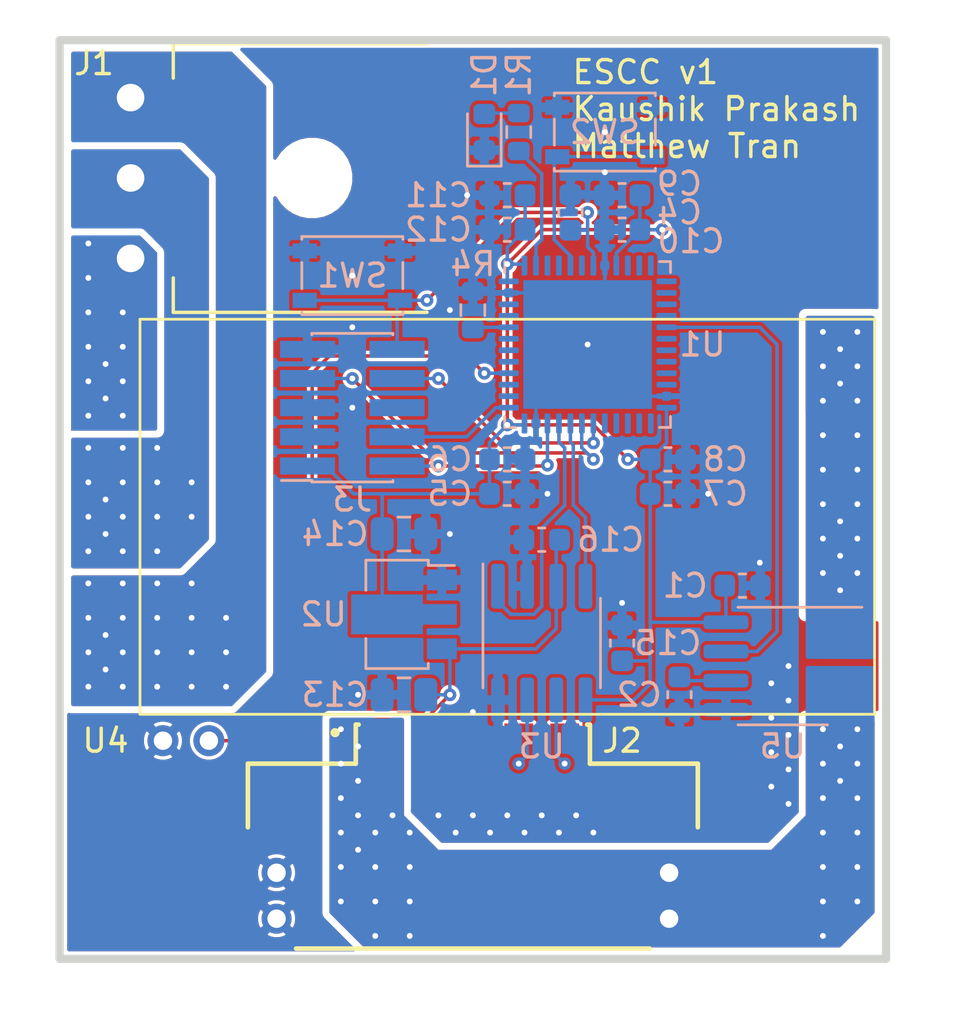
<source format=kicad_pcb>
(kicad_pcb (version 20211014) (generator pcbnew)
  (layers (0 "F.Cu" signal) (31 "B.Cu" signal) (34 "B.Paste" user) (35 "F.Paste" user) (36 "B.SilkS" user "B.Silkscreen") (37 "F.SilkS" user "F.Silkscreen") (38 "B.Mask" user) (39 "F.Mask" user) (44 "Edge.Cuts" user))
  (net 0 "")
  (net 1 "GND")
  (net 2 "/RST")
  (net 3 "+3V3")
  (net 4 "+5V")
  (net 5 "+12V")
  (net 6 "/CAN/CANH")
  (net 7 "/CAN/CANL")
  (net 8 "/NOGGIN/PA9(UART_TX)")
  (net 9 "/NOGGIN/PA10(UART_RX)")
  (net 10 "Net-(J3-Pad6)")
  (net 11 "/NOGGIN/SWCLK")
  (net 12 "/NOGGIN/SWDIO")
  (net 13 "Net-(R4-Pad1)")
  (net 14 "/NOGGIN/PB9")
  (net 15 "/NOGGIN/PB8")
  (net 16 "/NOGGIN/PB7(SDA)")
  (net 17 "/NOGGIN/PB6(SCL)")
  (net 18 "/NOGGIN/PB5")
  (net 19 "/NOGGIN/PB3")
  (net 20 "/NOGGIN/PA15")
  (net 21 "/CAN_TX")
  (net 22 "/CAN_RX")
  (net 23 "/NOGGIN/PA8")
  (net 24 "/NOGGIN/PB15")
  (net 25 "/NOGGIN/PB14")
  (net 26 "/NOGGIN/PB13")
  (net 27 "/NOGGIN/PB12")
  (net 28 "/NOGGIN/PB11")
  (net 29 "/NOGGIN/PB10")
  (net 30 "/NOGGIN/PB2")
  (net 31 "/NOGGIN/PB1")
  (net 32 "/NOGGIN/PB0")
  (net 33 "/NOGGIN/PA5(DAC2)")
  (net 34 "/NOGGIN/PA3")
  (net 35 "/NOGGIN/PA2")
  (net 36 "/NOGGIN/PA1")
  (net 37 "/NOGGIN/PA0")
  (net 38 "/CURR_OUT")
  (net 39 "Net-(J1-Pad3)")
  (net 40 "Net-(J1-Pad2)")
  (net 41 "Net-(J1-Pad1)")
  (net 42 "/ESC_SIG")
  (net 43 "Net-(C2-Pad2)")
  (net 44 "/NOGGIN/PA4(DAC1)")
  (net 45 "/12V_SENSED")
  (net 46 "Net-(D1-Pad2)")
  (net 47 "/LED")
  (net 48 "/DBG")
  (net 49 "/NOGGIN/PA6")
  (net 50 "/NOGGIN/PF1")
  (net 51 "/NOGGIN/PC15")
  (net 52 "/NOGGIN/PC14")
  (footprint "extraparts:Samtec_mPOWER_UMPT_RA_5pin" (layer "F.Cu") (at 150 116.5)
    (fp_text reference "J2")
    (fp_text value "Conn_01x05")
  )
  (footprint "extraparts:Molex_UltraFit_RH_3pin" (layer "F.Cu") (at 148.25 85.25 90)
    (fp_text reference "J1")
    (fp_text value "Conn_01x03")
  )
  (footprint "BESC:BESC" (layer "F.Cu") (at 151.5 100)
    (fp_text reference "U4")
    (fp_text value "BESC")
  )
  (footprint "Capacitor_SMD:C_0603_1608Metric" (layer "B.Cu") (at 156.5 105.5 90)
    (fp_text reference "C15")
    (fp_text value "100n")
  )
  (footprint "Capacitor_SMD:C_0603_1608Metric" (layer "B.Cu") (at 153 101 180)
    (fp_text reference "C16")
    (fp_text value "100n")
  )
  (footprint "Capacitor_SMD:C_0603_1608Metric" (layer "B.Cu") (at 161.75 103 180)
    (fp_text reference "C1")
    (fp_text value "100n")
  )
  (footprint "Capacitor_SMD:C_0603_1608Metric" (layer "B.Cu") (at 159 107.75 90)
    (fp_text reference "C2")
    (fp_text value "DNP")
  )
  (footprint "Package_SO:SOIC-8_3.9x4.9mm_P1.27mm" (layer "B.Cu") (at 153 105.5 -90)
    (fp_text reference "U3")
    (fp_text value "ATA6561")
  )
  (footprint "Package_SO:SOIC-8_3.9x4.9mm_P1.27mm" (layer "B.Cu") (at 163.5 106.5 180)
    (fp_text reference "U5")
    (fp_text value "ACS725xLCTR-30AB")
  )
  (footprint "Package_DFN_QFN:QFN-48-1EP_7x7mm_P0.5mm_EP5.6x5.6mm" (layer "B.Cu") (at 155 92.5 -90)
    (fp_text reference "U1")
    (fp_text value "STM32F072CBUx")
  )
  (footprint "Capacitor_SMD:C_0603_1608Metric" (layer "B.Cu") (at 154.25 86.75 90)
    (fp_text reference "C4")
    (fp_text value "100n")
  )
  (footprint "Capacitor_SMD:C_0603_1608Metric" (layer "B.Cu") (at 151.5 99)
    (fp_text reference "C5")
    (fp_text value "1u")
  )
  (footprint "Capacitor_SMD:C_0603_1608Metric" (layer "B.Cu") (at 151.5 97.5)
    (fp_text reference "C6")
    (fp_text value "100n")
  )
  (footprint "Capacitor_SMD:C_0603_1608Metric" (layer "B.Cu") (at 158.5 99)
    (fp_text reference "C7")
    (fp_text value "1u")
  )
  (footprint "Capacitor_SMD:C_0603_1608Metric" (layer "B.Cu") (at 158.5 97.5)
    (fp_text reference "C8")
    (fp_text value "100n")
  )
  (footprint "Capacitor_SMD:C_0603_1608Metric" (layer "B.Cu") (at 156.5 86 180)
    (fp_text reference "C9")
    (fp_text value "1u")
  )
  (footprint "Capacitor_SMD:C_0603_1608Metric" (layer "B.Cu") (at 151.5 86 180)
    (fp_text reference "C11")
    (fp_text value "1u")
  )
  (footprint "Resistor_SMD:R_0603_1608Metric" (layer "B.Cu") (at 150 91 90)
    (fp_text reference "R4")
    (fp_text value "100k")
  )
  (footprint "Package_TO_SOT_SMD:SOT-89-3" (layer "B.Cu") (at 147 104.25 180)
    (fp_text reference "U2")
    (fp_text value "AZ1117-3.3")
  )
  (footprint "Capacitor_SMD:C_0805_2012Metric" (layer "B.Cu") (at 147 100.75)
    (fp_text reference "C14")
    (fp_text value "10u")
  )
  (footprint "Capacitor_SMD:C_0805_2012Metric" (layer "B.Cu") (at 147 107.75 180)
    (fp_text reference "C13")
    (fp_text value "10u")
  )
  (footprint "Button_Switch_SMD:SW_SPST_PTS810" (layer "B.Cu") (at 144.75 89.5)
    (fp_text reference "SW1")
    (fp_text value "RST")
  )
  (footprint "Capacitor_SMD:C_0603_1608Metric" (layer "B.Cu") (at 151.5 87.5 180)
    (fp_text reference "C12")
    (fp_text value "100n")
  )
  (footprint "Capacitor_SMD:C_0603_1608Metric" (layer "B.Cu") (at 156.5 87.5 180)
    (fp_text reference "C10")
    (fp_text value "100n")
  )
  (footprint "Button_Switch_SMD:SW_SPST_PTS810" (layer "B.Cu") (at 155.75 83.25)
    (fp_text reference "SW2")
    (fp_text value "DBG")
  )
  (footprint "Resistor_SMD:R_0603_1608Metric" (layer "B.Cu") (at 152 83.25 -90)
    (fp_text reference "R1")
    (fp_text value "150")
  )
  (footprint "LED_SMD:LED_0603_1608Metric" (layer "B.Cu") (at 150.5 83.25 90)
    (fp_text reference "D1")
    (fp_text value "LED")
  )
  (footprint "Connector_PinHeader_1.27mm:PinHeader_2x05_P1.27mm_Vertical_SMD" (layer "B.Cu") (at 144.75 95.25)
    (fp_text reference "J3")
    (fp_text value "SWD_UART")
  )
  (gr_line (start 168 119.25) (end 132 119.25) (layer "Edge.Cuts") (width 0.3556))
  (gr_line (start 132 79.25) (end 168 79.25) (layer "Edge.Cuts") (width 0.3556))
  (gr_line (start 132 119.25) (end 132 79.25) (layer "Edge.Cuts") (width 0.3556))
  (gr_line (start 168 79.25) (end 168 119.25) (layer "Edge.Cuts") (width 0.3556))
  (gr_text "ESCC v1\nKaushik Prakash\nMatthew Tran" (at 154.25 82.25) (layer "F.SilkS") (effects (font (size 1 1)) (justify left)))
  (via (at 144.75 89.5) (size 0.5588) (drill 0.254) (layers "F.Cu" "B.Cu") (net 1))
  (via (at 155.75 83.25) (size 0.5588) (drill 0.254) (layers "F.Cu" "B.Cu") (net 1))
  (via (at 163 111.75) (size 0.5588) (drill 0.254) (layers "F.Cu" "B.Cu") (net 1))
  (via (at 155 92.5) (size 0.5588) (drill 0.254) (layers "F.Cu" "B.Cu") (net 1))
  (via (at 153.25 99) (size 0.5588) (drill 0.254) (layers "F.Cu" "B.Cu") (net 1))
  (via (at 149.75 86) (size 0.5588) (drill 0.254) (layers "F.Cu" "B.Cu") (net 1))
  (via (at 163.75 108) (size 0.5588) (drill 0.254) (layers "F.Cu" "B.Cu") (net 1))
  (via (at 155.25 113.75) (size 0.5588) (drill 0.254) (layers "F.Cu" "B.Cu") (net 1))
  (via (at 154.5 113) (size 0.5588) (drill 0.254) (layers "F.Cu" "B.Cu") (net 1))
  (via (at 163.75 112.5) (size 0.5588) (drill 0.254) (layers "F.Cu" "B.Cu") (net 1))
  (via (at 152.25 113.75) (size 0.5588) (drill 0.254) (layers "F.Cu" "B.Cu") (net 1))
  (via (at 163 107.25) (size 0.5588) (drill 0.254) (layers "F.Cu" "B.Cu") (net 1))
  (via (at 155.75 85) (size 0.5588) (drill 0.254) (layers "F.Cu" "B.Cu") (net 1))
  (via (at 153.75 113.75) (size 0.5588) (drill 0.254) (layers "F.Cu" "B.Cu") (net 1))
  (via (at 163 108.75) (size 0.5588) (drill 0.254) (layers "F.Cu" "B.Cu") (net 1))
  (via (at 150 108.5) (size 0.5588) (drill 0.254) (layers "F.Cu" "B.Cu") (net 1))
  (via (at 163.75 106.5) (size 0.5588) (drill 0.254) (layers "F.Cu" "B.Cu") (net 1))
  (via (at 160.25 99) (size 0.5588) (drill 0.254) (layers "F.Cu" "B.Cu") (net 1))
  (via (at 163.75 109.5) (size 0.5588) (drill 0.254) (layers "F.Cu" "B.Cu") (net 1))
  (via (at 163.75 111) (size 0.5588) (drill 0.254) (layers "F.Cu" "B.Cu") (net 1))
  (via (at 151.5 113) (size 0.5588) (drill 0.254) (layers "F.Cu" "B.Cu") (net 1))
  (via (at 163 110.25) (size 0.5588) (drill 0.254) (layers "F.Cu" "B.Cu") (net 1))
  (via (at 150.75 113.75) (size 0.5588) (drill 0.254) (layers "F.Cu" "B.Cu") (net 1))
  (via (at 144.75 91.75) (size 0.5588) (drill 0.254) (layers "F.Cu" "B.Cu") (net 1))
  (via (at 149.25 113.75) (size 0.5588) (drill 0.254) (layers "F.Cu" "B.Cu") (net 1))
  (via (at 149 91) (size 0.5588) (drill 0.254) (layers "F.Cu" "B.Cu") (net 1))
  (via (at 162.5 102) (size 0.5588) (drill 0.254) (layers "F.Cu" "B.Cu") (net 1))
  (via (at 153 113) (size 0.5588) (drill 0.254) (layers "F.Cu" "B.Cu") (net 1))
  (via (at 149 100.75) (size 0.5588) (drill 0.254) (layers "F.Cu" "B.Cu") (net 1))
  (via (at 148.5 113) (size 0.5588) (drill 0.254) (layers "F.Cu" "B.Cu") (net 1))
  (via (at 144.75 95.25) (size 0.5588) (drill 0.254) (layers "F.Cu" "B.Cu") (net 1))
  (via (at 150 113) (size 0.5588) (drill 0.254) (layers "F.Cu" "B.Cu") (net 1))
  (via (at 156.5 103.75) (size 0.5588) (drill 0.254) (layers "F.Cu" "B.Cu") (net 1))
  (via (at 145 107.75) (size 0.5588) (drill 0.254) (layers "F.Cu" "B.Cu") (net 1))
  (segment (start 151.5625 90.25) (end 152.75 90.25) (width 0.1524) (layer "B.Cu") (net 1))
  (segment (start 152.75 94.75) (end 155 92.5) (width 0.1524) (layer "B.Cu") (net 1))
  (segment (start 155.75 91.75) (end 155 92.5) (width 0.1524) (layer "B.Cu") (net 1))
  (segment (start 157.25 94.75) (end 155 92.5) (width 0.1524) (layer "B.Cu") (net 1))
  (segment (start 152.75 95.9375) (end 152.75 94.75) (width 0.1524) (layer "B.Cu") (net 1))
  (segment (start 152.75 90.25) (end 155 92.5) (width 0.1524) (layer "B.Cu") (net 1))
  (segment (start 155.75 89.0625) (end 155.75 91.75) (width 0.1524) (layer "B.Cu") (net 1))
  (segment (start 158.4375 94.75) (end 157.25 94.75) (width 0.1524) (layer "B.Cu") (net 1))
  (segment (start 151.825 86.75) (end 148 90.575) (width 0.1524) (layer "F.Cu") (net 2))
  (segment (start 155 86.75) (end 151.825 86.75) (width 0.1524) (layer "F.Cu") (net 2))
  (via (at 148 90.575) (size 0.5588) (drill 0.254) (layers "F.Cu" "B.Cu") (net 2))
  (via (at 155 86.75) (size 0.5588) (drill 0.254) (layers "F.Cu" "B.Cu") (net 2))
  (segment (start 148 90.575) (end 146.825 90.575) (width 0.1524) (layer "B.Cu") (net 2))
  (segment (start 146.7 92.71) (end 146.7 90.7) (width 0.1524) (layer "B.Cu") (net 2))
  (segment (start 154.975 87.525) (end 155 87.5) (width 0.1524) (layer "B.Cu") (net 2))
  (segment (start 155.25 88.5) (end 155 88.25) (width 0.1524) (layer "B.Cu") (net 2))
  (segment (start 154.25 87.525) (end 154.975 87.525) (width 0.1524) (layer "B.Cu") (net 2))
  (segment (start 142.675 90.575) (end 146.825 90.575) (width 0.1524) (layer "B.Cu") (net 2))
  (segment (start 155 88.25) (end 155 87.5) (width 0.1524) (layer "B.Cu") (net 2))
  (segment (start 155 87.5) (end 155 86.75) (width 0.1524) (layer "B.Cu") (net 2))
  (segment (start 146.7 90.7) (end 146.825 90.575) (width 0.1524) (layer "B.Cu") (net 2))
  (segment (start 155.25 89.0625) (end 155.25 88.5) (width 0.1524) (layer "B.Cu") (net 2))
  (segment (start 151.5 96) (end 151.5 89) (width 0.1524) (layer "F.Cu") (net 3))
  (segment (start 151.5 96) (end 155.25 96) (width 0.1524) (layer "F.Cu") (net 3))
  (segment (start 158.25 87.5) (end 153 87.5) (width 0.1524) (layer "F.Cu") (net 3))
  (segment (start 155.25 96) (end 156.75 97.5) (width 0.1524) (layer "F.Cu") (net 3))
  (segment (start 153 87.5) (end 151.5 89) (width 0.1524) (layer "F.Cu") (net 3))
  (via (at 151.5 89) (size 0.5588) (drill 0.254) (layers "F.Cu" "B.Cu") (net 3))
  (via (at 156.75 97.5) (size 0.5588) (drill 0.254) (layers "F.Cu" "B.Cu") (net 3))
  (via (at 158.25 87.5) (size 0.5588) (drill 0.254) (layers "F.Cu" "B.Cu") (net 3))
  (via (at 151.5 96) (size 0.5588) (drill 0.254) (layers "F.Cu" "B.Cu") (net 3))
  (segment (start 148.5625 104.25) (end 146.05 104.25) (width 0.1524) (layer "B.Cu") (net 3))
  (segment (start 151.5 89.6875) (end 151.5625 89.75) (width 0.1524) (layer "B.Cu") (net 3))
  (segment (start 152.275 86) (end 152.275 87.5) (width 0.1524) (layer "B.Cu") (net 3))
  (segment (start 157.725 104.575) (end 157.725 106.275) (width 0.1524) (layer "B.Cu") (net 3))
  (segment (start 157.725 107.275) (end 157.025 107.975) (width 0.1524) (layer "B.Cu") (net 3))
  (segment (start 143.59 97.79) (end 142.8 97.79) (width 0.1524) (layer "B.Cu") (net 3))
  (segment (start 152.1875 96) (end 152.25 95.9375) (width 0.1524) (layer "B.Cu") (net 3))
  (segment (start 152.1875 89) (end 152.25 89.0625) (width 0.1524) (layer "B.Cu") (net 3))
  (segment (start 161.025 104.595) (end 157.745 104.595) (width 0.1524) (layer "B.Cu") (net 3))
  (segment (start 157.025 107.975) (end 154.905 107.975) (width 0.1524) (layer "B.Cu") (net 3))
  (segment (start 150.725 99) (end 146.06 99) (width 0.1524) (layer "B.Cu") (net 3))
  (segment (start 157.275 86) (end 157.275 87.5) (width 0.1524) (layer "B.Cu") (net 3))
  (segment (start 146.05 99.01) (end 146.06 99) (width 0.1524) (layer "B.Cu") (net 3))
  (segment (start 156.5 106.275) (end 157.725 106.275) (width 0.1524) (layer "B.Cu") (net 3))
  (segment (start 161.025 103.05) (end 160.975 103) (width 0.1524) (layer "B.Cu") (net 3))
  (segment (start 151.5 96) (end 152.1875 96) (width 0.1524) (layer "B.Cu") (net 3))
  (segment (start 157.745 104.595) (end 157.725 104.575) (width 0.1524) (layer "B.Cu") (net 3))
  (segment (start 158.25 87.5) (end 157.275 87.5) (width 0.1524) (layer "B.Cu") (net 3))
  (segment (start 150.725 99) (end 150.725 97.5) (width 0.1524) (layer "B.Cu") (net 3))
  (segment (start 156.25 88.525) (end 157.275 87.5) (width 0.1524) (layer "B.Cu") (net 3))
  (segment (start 146.05 100.75) (end 146.05 99.01) (width 0.1524) (layer "B.Cu") (net 3))
  (segment (start 157.725 97.5) (end 158.4375 96.7875) (width 0.1524) (layer "B.Cu") (net 3))
  (segment (start 157.725 97.5) (end 156.75 97.5) (width 0.1524) (layer "B.Cu") (net 3))
  (segment (start 151.5 89) (end 151.5 88.275) (width 0.1524) (layer "B.Cu") (net 3))
  (segment (start 150.725 96.775) (end 151.5 96) (width 0.1524) (layer "B.Cu") (net 3))
  (segment (start 157.725 97.5) (end 157.725 99) (width 0.1524) (layer "B.Cu") (net 3))
  (segment (start 146.05 104.25) (end 146.05 100.75) (width 0.1524) (layer "B.Cu") (net 3))
  (segment (start 157.725 106.275) (end 157.725 107.275) (width 0.1524) (layer "B.Cu") (net 3))
  (segment (start 156.25 89.0625) (end 156.25 88.525) (width 0.1524) (layer "B.Cu") (net 3))
  (segment (start 150.725 97.5) (end 150.725 96.775) (width 0.1524) (layer "B.Cu") (net 3))
  (segment (start 144.8 99) (end 143.59 97.79) (width 0.1524) (layer "B.Cu") (net 3))
  (segment (start 158.4375 96.7875) (end 158.4375 95.25) (width 0.1524) (layer "B.Cu") (net 3))
  (segment (start 157.725 99) (end 157.725 104.575) (width 0.1524) (layer "B.Cu") (net 3))
  (segment (start 151.5 89) (end 151.5 89.6875) (width 0.1524) (layer "B.Cu") (net 3))
  (segment (start 146.06 99) (end 144.8 99) (width 0.1524) (layer "B.Cu") (net 3))
  (segment (start 151.5 88.275) (end 152.275 87.5) (width 0.1524) (layer "B.Cu") (net 3))
  (segment (start 161.025 104.595) (end 161.025 103.05) (width 0.1524) (layer "B.Cu") (net 3))
  (segment (start 151.5 89) (end 152.1875 89) (width 0.1524) (layer "B.Cu") (net 3))
  (segment (start 148 110.75) (end 148 108.75) (width 0.1524) (layer "F.Cu") (net 4))
  (segment (start 148 108.75) (end 149 107.75) (width 0.1524) (layer "F.Cu") (net 4))
  (via (at 149 107.75) (size 0.5588) (drill 0.254) (layers "F.Cu" "B.Cu") (net 4))
  (segment (start 148.65 105.75) (end 152.75 105.75) (width 0.1524) (layer "B.Cu") (net 4))
  (segment (start 149 107.75) (end 147.95 107.75) (width 0.1524) (layer "B.Cu") (net 4))
  (segment (start 152.75 105.75) (end 153.635 104.865) (width 0.1524) (layer "B.Cu") (net 4))
  (segment (start 149 106.1) (end 148.65 105.75) (width 0.1524) (layer "B.Cu") (net 4))
  (segment (start 153.635 103.025) (end 153.635 101.14) (width 0.1524) (layer "B.Cu") (net 4))
  (segment (start 149 107.75) (end 149 106.1) (width 0.1524) (layer "B.Cu") (net 4))
  (segment (start 153.635 104.865) (end 153.635 103.025) (width 0.1524) (layer "B.Cu") (net 4))
  (segment (start 153.635 101.14) (end 153.775 101) (width 0.1524) (layer "B.Cu") (net 4))
  (via (at 166 111.5) (size 0.5588) (drill 0.254) (layers "F.Cu" "B.Cu") (net 5))
  (via (at 145 110) (size 0.5588) (drill 0.254) (layers "F.Cu" "B.Cu") (net 5))
  (via (at 165.25 112.25) (size 0.5588) (drill 0.254) (layers "F.Cu" "B.Cu") (net 5))
  (via (at 165.25 116.75) (size 0.5588) (drill 0.254) (layers "F.Cu" "B.Cu") (net 5))
  (via (at 166.75 110.75) (size 0.5588) (drill 0.254) (layers "F.Cu" "B.Cu") (net 5))
  (via (at 166.75 112.25) (size 0.5588) (drill 0.254) (layers "F.Cu" "B.Cu") (net 5))
  (via (at 166.75 116.75) (size 0.5588) (drill 0.254) (layers "F.Cu" "B.Cu") (net 5))
  (via (at 144.25 115.25) (size 0.5588) (drill 0.254) (layers "F.Cu" "B.Cu") (net 5))
  (via (at 145.75 113.75) (size 0.5588) (drill 0.254) (layers "F.Cu" "B.Cu") (net 5))
  (via (at 144.25 109.25) (size 0.5588) (drill 0.254) (layers "F.Cu" "B.Cu") (net 5))
  (via (at 144.25 110.75) (size 0.5588) (drill 0.254) (layers "F.Cu" "B.Cu") (net 5))
  (via (at 165.25 110.75) (size 0.5588) (drill 0.254) (layers "F.Cu" "B.Cu") (net 5))
  (via (at 166.75 113.75) (size 0.5588) (drill 0.254) (layers "F.Cu" "B.Cu") (net 5))
  (via (at 144.25 112.25) (size 0.5588) (drill 0.254) (layers "F.Cu" "B.Cu") (net 5))
  (via (at 145 111.5) (size 0.5588) (drill 0.254) (layers "F.Cu" "B.Cu") (net 5))
  (via (at 165.25 118.25) (size 0.5588) (drill 0.254) (layers "F.Cu" "B.Cu") (net 5))
  (via (at 166.75 109.25) (size 0.5588) (drill 0.254) (layers "F.Cu" "B.Cu") (net 5))
  (via (at 145.75 115.25) (size 0.5588) (drill 0.254) (layers "F.Cu" "B.Cu") (net 5))
  (via (at 166 110) (size 0.5588) (drill 0.254) (layers "F.Cu" "B.Cu") (net 5))
  (via (at 146.5 113) (size 0.5588) (drill 0.254) (layers "F.Cu" "B.Cu") (net 5))
  (via (at 147.25 116.75) (size 0.5588) (drill 0.254) (layers "F.Cu" "B.Cu") (net 5))
  (via (at 145.75 118.25) (size 0.5588) (drill 0.254) (layers "F.Cu" "B.Cu") (net 5))
  (via (at 144.25 116.75) (size 0.5588) (drill 0.254) (layers "F.Cu" "B.Cu") (net 5))
  (via (at 165.25 113.75) (size 0.5588) (drill 0.254) (layers "F.Cu" "B.Cu") (net 5))
  (via (at 166.75 115.25) (size 0.5588) (drill 0.254) (layers "F.Cu" "B.Cu") (net 5))
  (via (at 145 114.5) (size 0.5588) (drill 0.254) (layers "F.Cu" "B.Cu") (net 5))
  (via (at 165.25 115.25) (size 0.5588) (drill 0.254) (layers "F.Cu" "B.Cu") (net 5))
  (via (at 147.25 118.25) (size 0.5588) (drill 0.254) (layers "F.Cu" "B.Cu") (net 5))
  (via (at 145 113) (size 0.5588) (drill 0.254) (layers "F.Cu" "B.Cu") (net 5))
  (via (at 165.25 109.25) (size 0.5588) (drill 0.254) (layers "F.Cu" "B.Cu") (net 5))
  (via (at 144.25 113.75) (size 0.5588) (drill 0.254) (layers "F.Cu" "B.Cu") (net 5))
  (via (at 147.25 113.75) (size 0.5588) (drill 0.254) (layers "F.Cu" "B.Cu") (net 5))
  (via (at 147.25 115.25) (size 0.5588) (drill 0.254) (layers "F.Cu" "B.Cu") (net 5))
  (via (at 145.75 116.75) (size 0.5588) (drill 0.254) (layers "F.Cu" "B.Cu") (net 5))
  (via (at 152 110.75) (size 0.5588) (drill 0.254) (layers "F.Cu" "B.Cu") (net 6))
  (segment (start 152.365 107.975) (end 152.365 110.385) (width 0.1524) (layer "B.Cu") (net 6))
  (segment (start 152.365 110.385) (end 152 110.75) (width 0.1524) (layer "B.Cu") (net 6))
  (via (at 154 110.75) (size 0.5588) (drill 0.254) (layers "F.Cu" "B.Cu") (net 7))
  (segment (start 153.635 107.975) (end 153.635 110.385) (width 0.1524) (layer "B.Cu") (net 7))
  (segment (start 153.635 110.385) (end 154 110.75) (width 0.1524) (layer "B.Cu") (net 7))
  (segment (start 151.30518 96.78518) (end 148.5 93.98) (width 0.1524) (layer "F.Cu") (net 8))
  (segment (start 155.253616 96.78518) (end 151.30518 96.78518) (width 0.1524) (layer "F.Cu") (net 8))
  (via (at 155.253616 96.78518) (size 0.5588) (drill 0.254) (layers "F.Cu" "B.Cu") (net 8))
  (via (at 148.5 93.98) (size 0.5588) (drill 0.254) (layers "F.Cu" "B.Cu") (net 8))
  (segment (start 148.5 93.98) (end 146.7 93.98) (width 0.1524) (layer "B.Cu") (net 8))
  (segment (start 155.25 95.9375) (end 155.25 96.781564) (width 0.1524) (layer "B.Cu") (net 8))
  (segment (start 155.25 96.781564) (end 155.253616 96.78518) (width 0.1524) (layer "B.Cu") (net 8))
  (segment (start 147.990595 97.220595) (end 144.75 93.98) (width 0.1524) (layer "F.Cu") (net 9))
  (segment (start 155.25 97.499994) (end 154.970601 97.220595) (width 0.1524) (layer "F.Cu") (net 9))
  (segment (start 154.970601 97.220595) (end 147.990595 97.220595) (width 0.1524) (layer "F.Cu") (net 9))
  (via (at 144.75 93.98) (size 0.5588) (drill 0.254) (layers "F.Cu" "B.Cu") (net 9))
  (via (at 155.25 97.499994) (size 0.5588) (drill 0.254) (layers "F.Cu" "B.Cu") (net 9))
  (segment (start 154.741999 95.945501) (end 154.741999 96.991993) (width 0.1524) (layer "B.Cu") (net 9))
  (segment (start 154.741999 96.991993) (end 155.25 97.499994) (width 0.1524) (layer "B.Cu") (net 9))
  (segment (start 154.75 95.9375) (end 154.741999 95.945501) (width 0.1524) (layer "B.Cu") (net 9))
  (segment (start 144.75 93.98) (end 142.8 93.98) (width 0.1524) (layer "B.Cu") (net 9))
  (segment (start 151 95.25) (end 149.73 96.52) (width 0.1524) (layer "B.Cu") (net 11))
  (segment (start 149.73 96.52) (end 146.7 96.52) (width 0.1524) (layer "B.Cu") (net 11))
  (segment (start 151.5625 95.25) (end 151 95.25) (width 0.1524) (layer "B.Cu") (net 11))
  (segment (start 148.5 97.79) (end 153.21 97.79) (width 0.1524) (layer "F.Cu") (net 12))
  (segment (start 153.21 97.79) (end 153.25 97.75) (width 0.1524) (layer "F.Cu") (net 12))
  (via (at 153.25 97.75) (size 0.5588) (drill 0.254) (layers "F.Cu" "B.Cu") (net 12))
  (via (at 148.5 97.79) (size 0.5588) (drill 0.254) (layers "F.Cu" "B.Cu") (net 12))
  (segment (start 153.25 95.9375) (end 153.25 97.75) (width 0.1524) (layer "B.Cu") (net 12))
  (segment (start 148.5 97.79) (end 146.7 97.79) (width 0.1524) (layer "B.Cu") (net 12))
  (segment (start 151.5625 91.75) (end 150.075 91.75) (width 0.1524) (layer "B.Cu") (net 13))
  (segment (start 150.075 91.75) (end 150 91.825) (width 0.1524) (layer "B.Cu") (net 13))
  (segment (start 151.095 103.69) (end 151.095 103.025) (width 0.1524) (layer "B.Cu") (net 21))
  (segment (start 153.75 96.75) (end 154 97) (width 0.1524) (layer "B.Cu") (net 21))
  (segment (start 154 97) (end 154 99.5) (width 0.1524) (layer "B.Cu") (net 21))
  (segment (start 153 103.900436) (end 152.650436 104.25) (width 0.1524) (layer "B.Cu") (net 21))
  (segment (start 153.75 95.9375) (end 153.75 96.75) (width 0.1524) (layer "B.Cu") (net 21))
  (segment (start 153 100.5) (end 153 103.900436) (width 0.1524) (layer "B.Cu") (net 21))
  (segment (start 151.655 104.25) (end 151.095 103.69) (width 0.1524) (layer "B.Cu") (net 21))
  (segment (start 152.650436 104.25) (end 151.655 104.25) (width 0.1524) (layer "B.Cu") (net 21))
  (segment (start 154 99.5) (end 153 100.5) (width 0.1524) (layer "B.Cu") (net 21))
  (segment (start 154.905 100.025) (end 154.905 103.025) (width 0.1524) (layer "B.Cu") (net 22))
  (segment (start 154.375 99.495) (end 154.905 100.025) (width 0.1524) (layer "B.Cu") (net 22))
  (segment (start 154.25 96.75) (end 154.375 96.875) (width 0.1524) (layer "B.Cu") (net 22))
  (segment (start 154.375 96.875) (end 154.375 99.495) (width 0.1524) (layer "B.Cu") (net 22))
  (segment (start 154.25 95.9375) (end 154.25 96.75) (width 0.1524) (layer "B.Cu") (net 22))
  (segment (start 162.385 105.865) (end 163.25 105) (width 0.1524) (layer "B.Cu") (net 38))
  (segment (start 161.025 105.865) (end 162.385 105.865) (width 0.1524) (layer "B.Cu") (net 38))
  (segment (start 163.25 92.5) (end 162.5 91.75) (width 0.1524) (layer "B.Cu") (net 38))
  (segment (start 163.25 105) (end 163.25 92.5) (width 0.1524) (layer "B.Cu") (net 38))
  (segment (start 162.5 91.75) (end 158.4375 91.75) (width 0.1524) (layer "B.Cu") (net 38))
  (via (at 134.75 92.6) (size 0.5588) (drill 0.254) (layers "F.Cu" "B.Cu") (net 39))
  (via (at 134.75 94.1) (size 0.5588) (drill 0.254) (layers "F.Cu" "B.Cu") (net 39))
  (via (at 133.25 89.6) (size 0.5588) (drill 0.254) (layers "F.Cu" "B.Cu") (net 39))
  (via (at 133.25 88.1) (size 0.5588) (drill 0.254) (layers "F.Cu" "B.Cu") (net 39))
  (via (at 134.75 91.1) (size 0.5588) (drill 0.254) (layers "F.Cu" "B.Cu") (net 39))
  (via (at 134 93.35) (size 0.5588) (drill 0.254) (layers "F.Cu" "B.Cu") (net 39))
  (via (at 133.25 95.6) (size 0.5588) (drill 0.254) (layers "F.Cu" "B.Cu") (net 39))
  (via (at 133.25 92.6) (size 0.5588) (drill 0.254) (layers "F.Cu" "B.Cu") (net 39))
  (via (at 134.75 95.6) (size 0.5588) (drill 0.254) (layers "F.Cu" "B.Cu") (net 39))
  (via (at 134 94.85) (size 0.5588) (drill 0.254) (layers "F.Cu" "B.Cu") (net 39))
  (via (at 133.25 91.1) (size 0.5588) (drill 0.254) (layers "F.Cu" "B.Cu") (net 39))
  (via (at 133.25 94.1) (size 0.5588) (drill 0.254) (layers "F.Cu" "B.Cu") (net 39))
  (via (at 134.75 100) (size 0.5588) (drill 0.254) (layers "F.Cu" "B.Cu") (net 40))
  (via (at 134.75 101.5) (size 0.5588) (drill 0.254) (layers "F.Cu" "B.Cu") (net 40))
  (via (at 133.25 100) (size 0.5588) (drill 0.254) (layers "F.Cu" "B.Cu") (net 40))
  (via (at 133.25 101.5) (size 0.5588) (drill 0.254) (layers "F.Cu" "B.Cu") (net 40))
  (via (at 136.25 101.5) (size 0.5588) (drill 0.254) (layers "F.Cu" "B.Cu") (net 40))
  (via (at 134 99.25) (size 0.5588) (drill 0.254) (layers "F.Cu" "B.Cu") (net 40))
  (via (at 137.75 100) (size 0.5588) (drill 0.254) (layers "F.Cu" "B.Cu") (net 40))
  (via (at 134.75 97) (size 0.5588) (drill 0.254) (layers "F.Cu" "B.Cu") (net 40))
  (via (at 134.75 98.5) (size 0.5588) (drill 0.254) (layers "F.Cu" "B.Cu") (net 40))
  (via (at 133.25 97) (size 0.5588) (drill 0.254) (layers "F.Cu" "B.Cu") (net 40))
  (via (at 133.25 98.5) (size 0.5588) (drill 0.254) (layers "F.Cu" "B.Cu") (net 40))
  (via (at 136.25 98.5) (size 0.5588) (drill 0.254) (layers "F.Cu" "B.Cu") (net 40))
  (via (at 136.25 97) (size 0.5588) (drill 0.254) (layers "F.Cu" "B.Cu") (net 40))
  (via (at 136.25 100) (size 0.5588) (drill 0.254) (layers "F.Cu" "B.Cu") (net 40))
  (via (at 137.75 98.5) (size 0.5588) (drill 0.254) (layers "F.Cu" "B.Cu") (net 40))
  (via (at 134 100.75) (size 0.5588) (drill 0.254) (layers "F.Cu" "B.Cu") (net 40))
  (via (at 139.25 105.9) (size 0.5588) (drill 0.254) (layers "F.Cu" "B.Cu") (net 41))
  (via (at 134 106.65) (size 0.5588) (drill 0.254) (layers "F.Cu" "B.Cu") (net 41))
  (via (at 137.75 107.4) (size 0.5588) (drill 0.254) (layers "F.Cu" "B.Cu") (net 41))
  (via (at 136.25 105.9) (size 0.5588) (drill 0.254) (layers "F.Cu" "B.Cu") (net 41))
  (via (at 133.25 102.9) (size 0.5588) (drill 0.254) (layers "F.Cu" "B.Cu") (net 41))
  (via (at 133.25 107.4) (size 0.5588) (drill 0.254) (layers "F.Cu" "B.Cu") (net 41))
  (via (at 134 105.15) (size 0.5588) (drill 0.254) (layers "F.Cu" "B.Cu") (net 41))
  (via (at 133.25 105.9) (size 0.5588) (drill 0.254) (layers "F.Cu" "B.Cu") (net 41))
  (via (at 134.75 102.9) (size 0.5588) (drill 0.254) (layers "F.Cu" "B.Cu") (net 41))
  (via (at 137.75 105.9) (size 0.5588) (drill 0.254) (layers "F.Cu" "B.Cu") (net 41))
  (via (at 134.75 105.9) (size 0.5588) (drill 0.254) (layers "F.Cu" "B.Cu") (net 41))
  (via (at 137.75 102.9) (size 0.5588) (drill 0.254) (layers "F.Cu" "B.Cu") (net 41))
  (via (at 139.25 104.4) (size 0.5588) (drill 0.254) (layers "F.Cu" "B.Cu") (net 41))
  (via (at 137.75 104.4) (size 0.5588) (drill 0.254) (layers "F.Cu" "B.Cu") (net 41))
  (via (at 134.75 107.4) (size 0.5588) (drill 0.254) (layers "F.Cu" "B.Cu") (net 41))
  (via (at 139.25 107.4) (size 0.5588) (drill 0.254) (layers "F.Cu" "B.Cu") (net 41))
  (via (at 133.25 104.4) (size 0.5588) (drill 0.254) (layers "F.Cu" "B.Cu") (net 41))
  (via (at 136.25 107.4) (size 0.5588) (drill 0.254) (layers "F.Cu" "B.Cu") (net 41))
  (via (at 136.25 102.9) (size 0.5588) (drill 0.254) (layers "F.Cu" "B.Cu") (net 41))
  (via (at 134.75 104.4) (size 0.5588) (drill 0.254) (layers "F.Cu" "B.Cu") (net 41))
  (via (at 136.25 104.4) (size 0.5588) (drill 0.254) (layers "F.Cu" "B.Cu") (net 41))
  (segment (start 140.75 109.75) (end 138.5 109.75) (width 0.1524) (layer "F.Cu") (net 42))
  (segment (start 143.75 93) (end 143 93.75) (width 0.1524) (layer "F.Cu") (net 42))
  (segment (start 149.75 93) (end 143.75 93) (width 0.1524) (layer "F.Cu") (net 42))
  (segment (start 143 93.75) (end 143 107.5) (width 0.1524) (layer "F.Cu") (net 42))
  (segment (start 143 107.5) (end 140.75 109.75) (width 0.1524) (layer "F.Cu") (net 42))
  (segment (start 150.5 93.75) (end 149.75 93) (width 0.1524) (layer "F.Cu") (net 42))
  (via (at 150.5 93.75) (size 0.5588) (drill 0.254) (layers "F.Cu" "B.Cu") (net 42))
  (segment (start 151.5625 93.75) (end 150.5 93.75) (width 0.1524) (layer "B.Cu") (net 42))
  (segment (start 159.16 107.135) (end 159 106.975) (width 0.1524) (layer "B.Cu") (net 43))
  (segment (start 161.025 107.135) (end 159.16 107.135) (width 0.1524) (layer "B.Cu") (net 43))
  (via (at 166 100.2) (size 0.5588) (drill 0.254) (layers "F.Cu" "B.Cu") (net 45))
  (via (at 166.75 96.45) (size 0.5588) (drill 0.254) (layers "F.Cu" "B.Cu") (net 45))
  (via (at 166 94.2) (size 0.5588) (drill 0.254) (layers "F.Cu" "B.Cu") (net 45))
  (via (at 166.75 93.45) (size 0.5588) (drill 0.254) (layers "F.Cu" "B.Cu") (net 45))
  (via (at 166 92.7) (size 0.5588) (drill 0.254) (layers "F.Cu" "B.Cu") (net 45))
  (via (at 166 103.2) (size 0.5588) (drill 0.254) (layers "F.Cu" "B.Cu") (net 45))
  (via (at 165.25 91.95) (size 0.5588) (drill 0.254) (layers "F.Cu" "B.Cu") (net 45))
  (via (at 166.75 99.45) (size 0.5588) (drill 0.254) (layers "F.Cu" "B.Cu") (net 45))
  (via (at 165.25 94.95) (size 0.5588) (drill 0.254) (layers "F.Cu" "B.Cu") (net 45))
  (via (at 166.75 91.95) (size 0.5588) (drill 0.254) (layers "F.Cu" "B.Cu") (net 45))
  (via (at 166.75 97.95) (size 0.5588) (drill 0.254) (layers "F.Cu" "B.Cu") (net 45))
  (via (at 165.25 96.45) (size 0.5588) (drill 0.254) (layers "F.Cu" "B.Cu") (net 45))
  (via (at 165.25 99.45) (size 0.5588) (drill 0.254) (layers "F.Cu" "B.Cu") (net 45))
  (via (at 165.25 97.95) (size 0.5588) (drill 0.254) (layers "F.Cu" "B.Cu") (net 45))
  (via (at 165.25 102.45) (size 0.5588) (drill 0.254) (layers "F.Cu" "B.Cu") (net 45))
  (via (at 166.75 94.95) (size 0.5588) (drill 0.254) (layers "F.Cu" "B.Cu") (net 45))
  (via (at 165.25 100.95) (size 0.5588) (drill 0.254) (layers "F.Cu" "B.Cu") (net 45))
  (via (at 166.75 100.95) (size 0.5588) (drill 0.254) (layers "F.Cu" "B.Cu") (net 45))
  (via (at 166 101.7) (size 0.5588) (drill 0.254) (layers "F.Cu" "B.Cu") (net 45))
  (via (at 165.25 93.45) (size 0.5588) (drill 0.254) (layers "F.Cu" "B.Cu") (net 45))
  (via (at 166.75 102.45) (size 0.5588) (drill 0.254) (layers "F.Cu" "B.Cu") (net 45))
  (segment (start 152 82.425) (end 150.5375 82.425) (width 0.1524) (layer "B.Cu") (net 46))
  (segment (start 150.5375 82.425) (end 150.5 82.4625) (width 0.1524) (layer "B.Cu") (net 46))
  (segment (start 153 85.075) (end 152 84.075) (width 0.1524) (layer "B.Cu") (net 47))
  (segment (start 153 87.94) (end 153 85.075) (width 0.1524) (layer "B.Cu") (net 47))
  (segment (start 152.75 88.19) (end 153 87.94) (width 0.1524) (layer "B.Cu") (net 47))
  (segment (start 152.75 89.0625) (end 152.75 88.19) (width 0.1524) (layer "B.Cu") (net 47))
  (segment (start 153.675 84.325) (end 157.825 84.325) (width 0.1524) (layer "B.Cu") (net 48))
  (segment (start 153.54639 87.937892) (end 153.54639 84.45361) (width 0.1524) (layer "B.Cu") (net 48))
  (segment (start 154.25 89.0625) (end 154.25 88.641502) (width 0.1524) (layer "B.Cu") (net 48))
  (segment (start 153.54639 84.45361) (end 153.675 84.325) (width 0.1524) (layer "B.Cu") (net 48))
  (segment (start 154.25 88.641502) (end 153.54639 87.937892) (width 0.1524) (layer "B.Cu") (net 48))
  (zone (net 45) (net_name "/12V_SENSED") (layer "F.Cu") (priority 1) (connect_pads yes (clearance 0.3048)) (min_thickness 0.2032) (fill yes (thermal_gap 0.508) (thermal_bridge_width 0.508))
    (polygon (pts (xy 167.5 104.25) (xy 164.5 104.25) (xy 164.5 91.25) (xy 167.5 91.25)))
  )
  (zone (net 40) (net_name "Net-(J1-Pad2)") (layer "F.Cu") (priority 2) (connect_pads yes (clearance 0.3048)) (min_thickness 0.2032) (fill yes (thermal_gap 0.508) (thermal_bridge_width 0.508))
    (polygon (pts (xy 138.5 85.25) (xy 138.5 101) (xy 137.25 102.25) (xy 132.5 102.25) (xy 132.5 84) (xy 137.25 84)))
  )
  (zone (net 1) (net_name "GND") (layer "F.Cu") (connect_pads (clearance 0.1524)) (min_thickness 0.1524) (fill yes (thermal_gap 0.1524) (thermal_bridge_width 0.4064))
    (polygon (pts (xy 169.25 121) (xy 130 121) (xy 130 77.5) (xy 169.25 77.5)))
  )
  (zone (net 39) (net_name "Net-(J1-Pad3)") (layer "F.Cu") (priority 3) (connect_pads yes (clearance 0.3048)) (min_thickness 0.2032) (fill yes (thermal_gap 0.508) (thermal_bridge_width 0.508))
    (polygon (pts (xy 136.25 88.5) (xy 136.25 96.25) (xy 132.5 96.25) (xy 132.5 87.75) (xy 135.5 87.75)))
  )
  (zone (net 5) (net_name "+12V") (layer "F.Cu") (priority 2) (connect_pads yes (clearance 0.3048)) (min_thickness 0.2032) (fill yes (thermal_gap 0.2032) (thermal_bridge_width 0.4064))
    (polygon (pts (xy 167.5 108.753899) (xy 167.5 117.25) (xy 166 118.75) (xy 145.25 118.75) (xy 143.75 117.25) (xy 143.75 108.75) (xy 147 108.75) (xy 147 113) (xy 148.5 114.5) (xy 163 114.5) (xy 164.5 113) (xy 164.5 108.746101)))
  )
  (zone (net 41) (net_name "Net-(J1-Pad1)") (layer "F.Cu") (priority 1) (connect_pads yes (clearance 0.3048)) (min_thickness 0.2032) (fill yes (thermal_gap 0.508) (thermal_bridge_width 0.508))
    (polygon (pts (xy 141 81.25) (xy 141 106.75) (xy 139.5 108.25) (xy 132.5 108.25) (xy 132.5 79.75) (xy 139.5 79.75)))
  )
  (zone (net 39) (net_name "Net-(J1-Pad3)") (layer "B.Cu") (priority 3) (connect_pads yes (clearance 0.3048)) (min_thickness 0.2032) (fill yes (thermal_gap 0.508) (thermal_bridge_width 0.508))
    (polygon (pts (xy 136.25 88.5) (xy 136.25 96.25) (xy 132.5 96.25) (xy 132.5 87.75) (xy 135.5 87.75)))
  )
  (zone (net 40) (net_name "Net-(J1-Pad2)") (layer "B.Cu") (priority 2) (connect_pads yes (clearance 0.3048)) (min_thickness 0.2032) (fill yes (thermal_gap 0.508) (thermal_bridge_width 0.508))
    (polygon (pts (xy 138.5 85.25) (xy 138.5 101) (xy 137.25 102.25) (xy 132.5 102.25) (xy 132.5 84) (xy 137.25 84)))
  )
  (zone (net 41) (net_name "Net-(J1-Pad1)") (layer "B.Cu") (priority 1) (connect_pads yes (clearance 0.3048)) (min_thickness 0.2032) (fill yes (thermal_gap 0.508) (thermal_bridge_width 0.508))
    (polygon (pts (xy 141 81.25) (xy 141 106.75) (xy 139.5 108.25) (xy 132.5 108.25) (xy 132.5 79.75) (xy 139.5 79.75)))
  )
  (zone (net 1) (net_name "GND") (layer "B.Cu") (connect_pads (clearance 0.1524)) (min_thickness 0.1524) (fill yes (thermal_gap 0.1524) (thermal_bridge_width 0.4064))
    (polygon (pts (xy 169.25 121) (xy 130 121) (xy 130 77.5) (xy 169.25 77.5)))
  )
  (zone (net 5) (net_name "+12V") (layer "B.Cu") (priority 2) (connect_pads yes (clearance 0.3048)) (min_thickness 0.2032) (fill yes (thermal_gap 0.2032) (thermal_bridge_width 0.4064))
    (polygon (pts (xy 167.5 106.5) (xy 167.5 117.25) (xy 166 118.75) (xy 145.25 118.75) (xy 143.75 117.25) (xy 143.75 108.75) (xy 147 108.75) (xy 147 113) (xy 148.5 114.5) (xy 163 114.5) (xy 164.5 113) (xy 164.5 106.492202)))
  )
  (zone (net 45) (net_name "/12V_SENSED") (layer "B.Cu") (priority 1) (connect_pads yes (clearance 0.3048)) (min_thickness 0.2032) (fill yes (thermal_gap 0.508) (thermal_bridge_width 0.508))
    (polygon (pts (xy 167.5 106.5) (xy 164.5 106.5) (xy 164.5 91.25) (xy 167.5 91.25)))
  )
)
</source>
